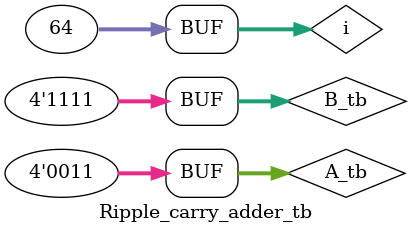
<source format=v>

module Ripple_Carry_adder(A,B,Sum,Carry);
input [3:0]A,B;
output  [3:0]Sum;
output  Carry;
wire x,y,z;
full_add fa1(A[0],B[0],0,Sum[0],x);
full_add fa2(A[1],B[1],x,Sum[1],y);
full_add fa3(A[2],B[2],y,Sum[2],z);
full_add fa4(A[3],B[3],z,Sum[3],Carry);
endmodule

// testbench


module Ripple_carry_adder_tb();
reg [3:0]A_tb;
reg [3:0]B_tb;
wire carry_tb;
wire [3:0]Sum_tb;
Ripple_Carry_adder DUT(A_tb,B_tb,Sum_tb,carry_tb);
integer i;
initial
begin
	for(i=0;i<64;i=i+1)
	begin
		{A_tb,B_tb}=i;
		#10;
	end
end
initial
begin
$monitor($time,"A=%d \t B=%d \t Sum=%d \t Carry=%d\t ",A_tb,B_tb,Sum_tb,carry_tb );
end
endmodule

</source>
